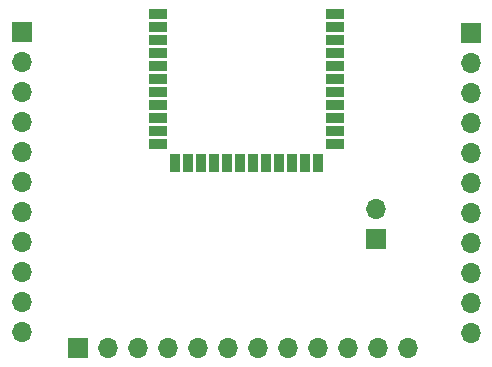
<source format=gbr>
%TF.GenerationSoftware,KiCad,Pcbnew,8.0.1*%
%TF.CreationDate,2024-04-24T16:47:31+07:00*%
%TF.ProjectId,holyiot-21043-nrf52810,686f6c79-696f-4742-9d32-313034332d6e,rev?*%
%TF.SameCoordinates,Original*%
%TF.FileFunction,Soldermask,Top*%
%TF.FilePolarity,Negative*%
%FSLAX46Y46*%
G04 Gerber Fmt 4.6, Leading zero omitted, Abs format (unit mm)*
G04 Created by KiCad (PCBNEW 8.0.1) date 2024-04-24 16:47:31*
%MOMM*%
%LPD*%
G01*
G04 APERTURE LIST*
%ADD10R,1.700000X1.700000*%
%ADD11O,1.700000X1.700000*%
%ADD12R,1.500000X0.850000*%
%ADD13R,0.850000X1.500000*%
G04 APERTURE END LIST*
D10*
%TO.C,J1*%
X162000000Y-101300000D03*
D11*
X162000000Y-103840000D03*
X162000000Y-106380000D03*
X162000000Y-108920000D03*
X162000000Y-111460000D03*
X162000000Y-114000000D03*
X162000000Y-116540000D03*
X162000000Y-119080000D03*
X162000000Y-121620000D03*
X162000000Y-124160000D03*
X162000000Y-126700000D03*
%TD*%
D10*
%TO.C,J4*%
X154000000Y-118740000D03*
D11*
X154000000Y-116200000D03*
%TD*%
D12*
%TO.C,U1*%
X150500010Y-99680000D03*
X150500010Y-100780000D03*
X150500010Y-101880000D03*
X150500010Y-102980000D03*
X150500010Y-104080000D03*
X150500010Y-105180000D03*
X150500010Y-106280000D03*
X150500010Y-107380000D03*
X150500010Y-108480000D03*
X150500010Y-109580000D03*
X150500010Y-110680000D03*
D13*
X149050010Y-112320000D03*
X147950010Y-112320000D03*
X146850010Y-112320000D03*
X145750010Y-112320000D03*
X144650010Y-112320000D03*
X143550010Y-112320000D03*
X142450000Y-112320000D03*
X141350000Y-112320000D03*
X140250010Y-112320000D03*
X139150010Y-112320000D03*
X138050010Y-112320000D03*
X136950000Y-112320000D03*
D12*
X135499990Y-110680000D03*
X135499990Y-109580000D03*
X135499990Y-108480000D03*
X135499990Y-107380000D03*
X135499990Y-106280000D03*
X135499990Y-105180000D03*
X135499990Y-104080000D03*
X135499990Y-102980000D03*
X135499990Y-101880000D03*
X135499990Y-100780000D03*
X135499990Y-99680000D03*
%TD*%
D10*
%TO.C,J2*%
X124000000Y-101220000D03*
D11*
X124000000Y-103760000D03*
X124000000Y-106300000D03*
X124000000Y-108840000D03*
X124000000Y-111380000D03*
X124000000Y-113920000D03*
X124000000Y-116460000D03*
X124000000Y-119000000D03*
X124000000Y-121540000D03*
X124000000Y-124080000D03*
X124000000Y-126620000D03*
%TD*%
D10*
%TO.C,J3*%
X128760000Y-128000000D03*
D11*
X131300000Y-128000000D03*
X133840000Y-128000000D03*
X136380000Y-128000000D03*
X138920000Y-128000000D03*
X141460000Y-128000000D03*
X144000000Y-128000000D03*
X146540000Y-128000000D03*
X149080000Y-128000000D03*
X151620000Y-128000000D03*
X154160000Y-128000000D03*
X156700000Y-128000000D03*
%TD*%
M02*

</source>
